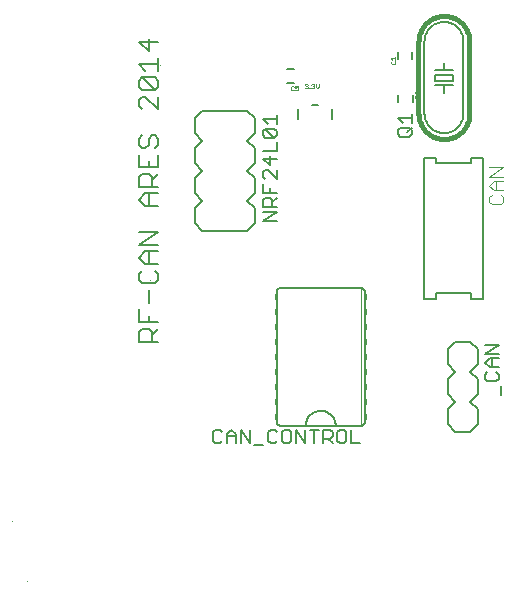
<source format=gto>
G75*
%MOIN*%
%OFA0B0*%
%FSLAX24Y24*%
%IPPOS*%
%LPD*%
%AMOC8*
5,1,8,0,0,1.08239X$1,22.5*
%
%ADD10C,0.0000*%
%ADD11C,0.0060*%
%ADD12C,0.0010*%
%ADD13C,0.0160*%
%ADD14C,0.0050*%
%ADD15C,0.0020*%
%ADD16R,0.0050X0.0200*%
%ADD17C,0.0080*%
%ADD18C,0.0040*%
D10*
X000789Y000523D02*
X000789Y000523D01*
X000789Y000523D01*
X000789Y000523D01*
X000789Y000523D01*
X000789Y000523D01*
X000789Y000523D01*
X000789Y000523D01*
X000789Y000524D01*
X000789Y000524D01*
X000789Y000524D01*
X000789Y000524D01*
X000789Y000524D01*
X000789Y000524D01*
X000789Y000524D01*
X000789Y000524D01*
X000789Y000524D01*
X000789Y000524D01*
X000789Y000524D01*
X000789Y000524D01*
X000789Y000524D01*
X000789Y000524D01*
X000789Y000524D01*
X000789Y000524D01*
X000789Y000524D01*
X000789Y000523D01*
X000789Y000523D01*
X000789Y000525D02*
X000789Y000525D01*
X000789Y000525D01*
X000789Y000525D01*
X000789Y000525D01*
X000789Y000525D01*
X000789Y000525D01*
X000789Y000525D01*
X000789Y000525D01*
X000789Y000525D01*
X000789Y000525D01*
X000789Y000525D01*
X000789Y000525D01*
X000789Y000525D01*
X000789Y000525D01*
X000789Y000525D01*
X000789Y000525D01*
X000789Y000525D01*
X000789Y000525D01*
X000789Y000525D01*
X000789Y000525D01*
X000789Y000525D01*
X000789Y000525D01*
X000789Y000525D01*
X000789Y000525D01*
X000789Y000525D01*
X000789Y000525D01*
X000789Y000525D01*
X000789Y000526D02*
X000789Y000526D01*
X000789Y000526D01*
X000789Y000526D01*
X000789Y000526D01*
X000789Y000526D01*
X000789Y000526D01*
X000789Y000526D01*
X000789Y000526D01*
X000789Y000526D01*
X000789Y000526D01*
X000789Y000526D01*
X000789Y000526D01*
X000789Y000526D01*
X000789Y000526D01*
X000789Y000526D01*
X000789Y000526D01*
X000789Y000526D01*
X000789Y000526D01*
X000789Y000526D01*
X000789Y000526D01*
X000789Y000526D01*
X000300Y002528D02*
X000300Y002528D01*
X000300Y002529D01*
X000300Y002529D01*
X000300Y002529D01*
X000300Y002529D01*
X000300Y002529D01*
X000300Y002529D01*
X000300Y002529D01*
X000300Y002529D01*
X000300Y002529D01*
X000300Y002529D01*
X000300Y002529D01*
X000300Y002529D01*
X000300Y002529D01*
X000300Y002529D01*
X000300Y002529D01*
X000300Y002529D01*
X000300Y002529D01*
X000300Y002529D01*
X000300Y002529D01*
X000300Y002529D01*
X000300Y002529D01*
X000300Y002529D01*
X000300Y002528D01*
X000300Y002529D02*
X000300Y002530D01*
X000300Y002530D01*
X000300Y002530D01*
X000300Y002530D01*
X000300Y002530D01*
X000300Y002530D01*
X000300Y002530D01*
X000300Y002530D01*
X000300Y002530D01*
X000300Y002530D01*
X000300Y002530D01*
X000300Y002530D01*
X000300Y002530D01*
X000300Y002530D01*
X000300Y002530D01*
X000300Y002530D01*
X000300Y002530D01*
X000300Y002530D01*
X000300Y002530D01*
X000300Y002530D01*
X000300Y002530D01*
X000300Y002530D01*
X000300Y002530D01*
X000300Y002530D01*
X000300Y002530D01*
X000300Y002530D01*
X000300Y002530D01*
X000300Y002530D01*
X000300Y002530D01*
X000300Y002531D02*
X000300Y002531D01*
X000300Y002531D01*
X000300Y002531D01*
X000300Y002531D01*
X000300Y002531D01*
X000300Y002531D01*
X000300Y002531D01*
X000300Y002531D01*
X000300Y002531D01*
X000300Y002531D01*
X000300Y002531D01*
X000300Y002531D01*
X000300Y002531D01*
X000300Y002531D01*
X000300Y002531D01*
X000300Y002531D01*
X000300Y002531D01*
X000300Y002531D01*
X000300Y002531D01*
X000300Y002531D01*
X000300Y002531D01*
X004881Y010549D02*
X004881Y010549D01*
X004881Y010549D01*
X004881Y010549D01*
X004881Y010550D01*
X004881Y010550D01*
X004881Y010550D01*
X004881Y010550D01*
X004881Y010550D01*
X004881Y010550D01*
X004881Y010550D01*
X004881Y010550D01*
X004881Y010550D01*
X004881Y010550D01*
X004881Y010550D01*
X004881Y010550D01*
X004881Y010550D01*
X004881Y010550D01*
X004881Y010550D01*
X004881Y010550D01*
X004881Y010550D01*
X004881Y010550D01*
X004881Y010550D01*
X004881Y010550D01*
X004881Y010549D01*
X004881Y010550D01*
X004881Y010550D01*
X004881Y010551D02*
X004881Y010551D01*
X004881Y010551D01*
X004881Y010551D01*
X004881Y010551D01*
X004881Y010551D01*
X004881Y010551D01*
X004881Y010551D01*
X004881Y010551D01*
X004881Y010551D01*
X004881Y010551D01*
X004881Y010551D01*
X004881Y010551D01*
X004881Y010551D01*
X004881Y010551D01*
X004881Y010551D01*
X004881Y010551D01*
X004881Y010551D01*
X004881Y010551D01*
X004881Y010551D01*
X004881Y010551D01*
X004881Y010551D01*
X004881Y010551D01*
X004881Y010551D01*
X004881Y010551D01*
X004881Y010551D01*
X004881Y010551D01*
X004881Y010551D01*
X004881Y010552D02*
X004881Y010552D01*
X004881Y010552D01*
X004881Y010552D01*
X004881Y010552D01*
X004881Y010552D01*
X004881Y010552D01*
X004881Y010552D01*
X004881Y010552D01*
X004881Y010552D01*
X004881Y010552D01*
X004881Y010552D01*
X004881Y010552D01*
X004881Y010552D01*
X004881Y010552D01*
X004881Y010552D01*
X004881Y010552D01*
X004881Y010552D01*
X004881Y010552D01*
X004881Y010552D01*
X004881Y010552D01*
X004881Y010552D01*
X005237Y017724D02*
X005237Y017724D01*
X005237Y017724D01*
X005237Y017724D01*
X005237Y017724D01*
X005237Y017724D01*
X005237Y017724D01*
X005237Y017724D01*
X005237Y017724D01*
X005237Y017724D01*
X005237Y017724D01*
X005237Y017724D01*
X005237Y017724D01*
X005237Y017724D01*
X005237Y017724D01*
X005237Y017724D01*
X005237Y017724D01*
X005237Y017724D01*
X005237Y017724D01*
X005237Y017724D01*
X005237Y017724D01*
X005237Y017724D01*
X005237Y017724D01*
X005237Y017725D02*
X005237Y017725D01*
X005237Y017725D01*
X005237Y017725D01*
X005237Y017725D01*
X005237Y017725D01*
X005237Y017725D01*
X005237Y017725D01*
X005237Y017725D01*
X005237Y017725D01*
X005237Y017725D01*
X005237Y017725D01*
X005237Y017725D01*
X005237Y017725D01*
X005237Y017725D01*
X005237Y017725D01*
X005237Y017725D01*
X005237Y017725D01*
X005237Y017725D01*
X005237Y017725D01*
X005237Y017725D01*
X005237Y017726D01*
X005237Y017726D01*
X005237Y017726D01*
X005237Y017726D01*
X005237Y017726D01*
X005237Y017726D01*
X005237Y017726D01*
X005237Y017726D01*
X005237Y017726D01*
X005237Y017726D01*
X005237Y017726D01*
X005237Y017726D01*
X005237Y017726D01*
X005237Y017726D01*
X005237Y017726D01*
X005237Y017726D01*
X005237Y017726D01*
X005237Y017726D01*
X005237Y017726D01*
X005237Y017727D01*
X005237Y017726D02*
X005237Y017726D01*
X005237Y017726D01*
X005237Y017726D01*
X005237Y017726D01*
X005237Y017726D01*
X005237Y017725D01*
X005237Y017725D01*
X005237Y017725D01*
X005237Y017725D01*
X005237Y017726D01*
X005237Y017726D01*
X005237Y017724D02*
X005237Y017724D01*
D11*
X005162Y017737D02*
X004522Y017737D01*
X004735Y017524D01*
X004629Y017306D02*
X005056Y016879D01*
X005162Y016986D01*
X005162Y017199D01*
X005056Y017306D01*
X004629Y017306D01*
X004522Y017199D01*
X004522Y016986D01*
X004629Y016879D01*
X005056Y016879D01*
X005162Y016662D02*
X005162Y016234D01*
X004735Y016662D01*
X004629Y016662D01*
X004522Y016555D01*
X004522Y016341D01*
X004629Y016234D01*
X004629Y015372D02*
X004522Y015266D01*
X004522Y015052D01*
X004629Y014945D01*
X004735Y014945D01*
X004842Y015052D01*
X004842Y015266D01*
X004949Y015372D01*
X005056Y015372D01*
X005162Y015266D01*
X005162Y015052D01*
X005056Y014945D01*
X005162Y014728D02*
X005162Y014301D01*
X004522Y014301D01*
X004522Y014728D01*
X004842Y014514D02*
X004842Y014301D01*
X004842Y014083D02*
X004949Y013977D01*
X004949Y013656D01*
X005162Y013656D02*
X004522Y013656D01*
X004522Y013977D01*
X004629Y014083D01*
X004842Y014083D01*
X004949Y013870D02*
X005162Y014083D01*
X005162Y013439D02*
X004735Y013439D01*
X004522Y013225D01*
X004735Y013012D01*
X005162Y013012D01*
X004842Y013012D02*
X004842Y013439D01*
X005162Y012150D02*
X004522Y012150D01*
X004522Y011723D02*
X005162Y012150D01*
X005162Y011723D02*
X004522Y011723D01*
X004735Y011505D02*
X005162Y011505D01*
X004842Y011505D02*
X004842Y011078D01*
X004735Y011078D02*
X004522Y011292D01*
X004735Y011505D01*
X004735Y011078D02*
X005162Y011078D01*
X005056Y010861D02*
X005162Y010754D01*
X005162Y010540D01*
X005056Y010434D01*
X004629Y010434D01*
X004522Y010540D01*
X004522Y010754D01*
X004629Y010861D01*
X004842Y010216D02*
X004842Y009789D01*
X004522Y009571D02*
X004522Y009144D01*
X005162Y009144D01*
X005162Y008927D02*
X004949Y008713D01*
X004949Y008820D02*
X004949Y008500D01*
X005162Y008500D02*
X004522Y008500D01*
X004522Y008820D01*
X004629Y008927D01*
X004842Y008927D01*
X004949Y008820D01*
X004842Y009144D02*
X004842Y009358D01*
X006640Y012190D02*
X008140Y012190D01*
X008390Y012440D01*
X008390Y012940D01*
X008140Y013190D01*
X008390Y013440D01*
X008390Y013940D01*
X008140Y014190D01*
X008390Y014440D01*
X008390Y014940D01*
X008140Y015190D01*
X008390Y015440D01*
X008390Y015940D01*
X008140Y016190D01*
X006640Y016190D01*
X006390Y015940D01*
X006390Y015440D01*
X006640Y015190D01*
X006390Y014940D01*
X006390Y014440D01*
X006640Y014190D01*
X006390Y013940D01*
X006390Y013440D01*
X006640Y013190D01*
X006390Y012940D01*
X006390Y012440D01*
X006640Y012190D01*
X009110Y010140D02*
X009110Y005840D01*
X009112Y005817D01*
X009117Y005794D01*
X009126Y005772D01*
X009139Y005752D01*
X009154Y005734D01*
X009172Y005719D01*
X009192Y005706D01*
X009214Y005697D01*
X009237Y005692D01*
X009260Y005690D01*
X011900Y005690D01*
X011923Y005692D01*
X011946Y005697D01*
X011968Y005706D01*
X011988Y005719D01*
X012006Y005734D01*
X012021Y005752D01*
X012034Y005772D01*
X012043Y005794D01*
X012048Y005817D01*
X012050Y005840D01*
X012050Y010140D01*
X012048Y010163D01*
X012043Y010186D01*
X012034Y010208D01*
X012021Y010228D01*
X012006Y010246D01*
X011988Y010261D01*
X011968Y010274D01*
X011946Y010283D01*
X011923Y010288D01*
X011900Y010290D01*
X009260Y010290D01*
X009237Y010288D01*
X009214Y010283D01*
X009192Y010274D01*
X009172Y010261D01*
X009154Y010246D01*
X009139Y010228D01*
X009126Y010208D01*
X009117Y010186D01*
X009112Y010163D01*
X009110Y010140D01*
X010080Y005690D02*
X010082Y005734D01*
X010088Y005777D01*
X010097Y005819D01*
X010110Y005861D01*
X010127Y005901D01*
X010147Y005940D01*
X010170Y005977D01*
X010197Y006011D01*
X010226Y006044D01*
X010259Y006073D01*
X010293Y006100D01*
X010330Y006123D01*
X010369Y006143D01*
X010409Y006160D01*
X010451Y006173D01*
X010493Y006182D01*
X010536Y006188D01*
X010580Y006190D01*
X010624Y006188D01*
X010667Y006182D01*
X010709Y006173D01*
X010751Y006160D01*
X010791Y006143D01*
X010830Y006123D01*
X010867Y006100D01*
X010901Y006073D01*
X010934Y006044D01*
X010963Y006011D01*
X010990Y005977D01*
X011013Y005940D01*
X011033Y005901D01*
X011050Y005861D01*
X011063Y005819D01*
X011072Y005777D01*
X011078Y005734D01*
X011080Y005690D01*
X014040Y016100D02*
X014040Y018500D01*
X013636Y018159D02*
X013636Y017922D01*
X013163Y017922D02*
X013163Y018159D01*
X014390Y017550D02*
X014690Y017550D01*
X014690Y017800D01*
X014690Y017550D02*
X014990Y017550D01*
X014990Y017400D02*
X014990Y017200D01*
X014390Y017200D01*
X014390Y017400D01*
X014990Y017400D01*
X014990Y017050D02*
X014690Y017050D01*
X014690Y016800D01*
X014690Y017050D02*
X014390Y017050D01*
X013646Y016709D02*
X013646Y016472D01*
X013173Y016472D02*
X013173Y016709D01*
X014040Y016100D02*
X014042Y016050D01*
X014048Y016001D01*
X014057Y015952D01*
X014070Y015904D01*
X014087Y015857D01*
X014107Y015812D01*
X014131Y015768D01*
X014158Y015726D01*
X014189Y015686D01*
X014222Y015649D01*
X014258Y015615D01*
X014296Y015583D01*
X014337Y015554D01*
X014379Y015529D01*
X014424Y015507D01*
X014470Y015488D01*
X014518Y015473D01*
X014566Y015462D01*
X014615Y015454D01*
X014665Y015450D01*
X014715Y015450D01*
X014765Y015454D01*
X014814Y015462D01*
X014862Y015473D01*
X014910Y015488D01*
X014956Y015507D01*
X015001Y015529D01*
X015043Y015554D01*
X015084Y015583D01*
X015122Y015615D01*
X015158Y015649D01*
X015191Y015686D01*
X015222Y015726D01*
X015249Y015768D01*
X015273Y015812D01*
X015293Y015857D01*
X015310Y015904D01*
X015323Y015952D01*
X015332Y016001D01*
X015338Y016050D01*
X015340Y016100D01*
X015340Y018500D01*
X015338Y018550D01*
X015332Y018599D01*
X015323Y018648D01*
X015310Y018696D01*
X015293Y018743D01*
X015273Y018788D01*
X015249Y018832D01*
X015222Y018874D01*
X015191Y018914D01*
X015158Y018951D01*
X015122Y018985D01*
X015084Y019017D01*
X015043Y019046D01*
X015001Y019071D01*
X014956Y019093D01*
X014910Y019112D01*
X014862Y019127D01*
X014814Y019138D01*
X014765Y019146D01*
X014715Y019150D01*
X014665Y019150D01*
X014615Y019146D01*
X014566Y019138D01*
X014518Y019127D01*
X014470Y019112D01*
X014424Y019093D01*
X014379Y019071D01*
X014337Y019046D01*
X014296Y019017D01*
X014258Y018985D01*
X014222Y018951D01*
X014189Y018914D01*
X014158Y018874D01*
X014131Y018832D01*
X014107Y018788D01*
X014087Y018743D01*
X014070Y018696D01*
X014057Y018648D01*
X014048Y018599D01*
X014042Y018550D01*
X014040Y018500D01*
X009698Y017587D02*
X009461Y017587D01*
X009461Y017114D02*
X009698Y017114D01*
X005162Y017524D02*
X005162Y017951D01*
X004842Y018168D02*
X004842Y018595D01*
X005162Y018488D02*
X004522Y018488D01*
X004842Y018168D01*
D12*
X009590Y016996D02*
X009590Y016896D01*
X009615Y016870D01*
X009665Y016870D01*
X009690Y016896D01*
X009737Y016896D02*
X009762Y016870D01*
X009812Y016870D01*
X009837Y016896D01*
X009837Y016946D01*
X009812Y016971D01*
X009787Y016971D01*
X009737Y016946D01*
X009737Y017021D01*
X009837Y017021D01*
X009690Y016996D02*
X009665Y017021D01*
X009615Y017021D01*
X009590Y016996D01*
X010045Y016961D02*
X010070Y016935D01*
X010120Y016935D01*
X010145Y016961D01*
X010145Y016986D01*
X010120Y017011D01*
X010095Y017011D01*
X010120Y017011D02*
X010145Y017036D01*
X010145Y017061D01*
X010120Y017086D01*
X010070Y017086D01*
X010045Y017061D01*
X010192Y016961D02*
X010217Y016961D01*
X010217Y016935D01*
X010192Y016935D01*
X010192Y016961D01*
X010265Y016961D02*
X010291Y016935D01*
X010341Y016935D01*
X010366Y016961D01*
X010366Y016986D01*
X010341Y017011D01*
X010316Y017011D01*
X010341Y017011D02*
X010366Y017036D01*
X010366Y017061D01*
X010341Y017086D01*
X010291Y017086D01*
X010265Y017061D01*
X010413Y017086D02*
X010413Y016986D01*
X010463Y016935D01*
X010513Y016986D01*
X010513Y017086D01*
X012919Y017771D02*
X012944Y017745D01*
X013044Y017745D01*
X013070Y017771D01*
X013070Y017821D01*
X013044Y017846D01*
X013070Y017893D02*
X013070Y017993D01*
X013070Y017943D02*
X012919Y017943D01*
X012969Y017893D01*
X012944Y017846D02*
X012919Y017821D01*
X012919Y017771D01*
X013764Y016848D02*
X013739Y016823D01*
X013739Y016773D01*
X013764Y016748D01*
X013764Y016701D02*
X013739Y016676D01*
X013739Y016626D01*
X013764Y016601D01*
X013864Y016601D01*
X013890Y016626D01*
X013890Y016676D01*
X013864Y016701D01*
X013890Y016748D02*
X013789Y016848D01*
X013764Y016848D01*
X013890Y016848D02*
X013890Y016748D01*
D13*
X013840Y016100D02*
X013840Y018500D01*
X013842Y018557D01*
X013848Y018613D01*
X013857Y018669D01*
X013870Y018725D01*
X013887Y018779D01*
X013907Y018832D01*
X013931Y018883D01*
X013959Y018933D01*
X013989Y018981D01*
X014023Y019027D01*
X014060Y019070D01*
X014099Y019111D01*
X014141Y019149D01*
X014186Y019184D01*
X014233Y019216D01*
X014282Y019245D01*
X014332Y019271D01*
X014385Y019293D01*
X014438Y019312D01*
X014493Y019327D01*
X014549Y019338D01*
X014605Y019346D01*
X014662Y019350D01*
X014718Y019350D01*
X014775Y019346D01*
X014831Y019338D01*
X014887Y019327D01*
X014942Y019312D01*
X014995Y019293D01*
X015048Y019271D01*
X015098Y019245D01*
X015147Y019216D01*
X015194Y019184D01*
X015239Y019149D01*
X015281Y019111D01*
X015320Y019070D01*
X015357Y019027D01*
X015391Y018981D01*
X015421Y018933D01*
X015449Y018883D01*
X015473Y018832D01*
X015493Y018779D01*
X015510Y018725D01*
X015523Y018669D01*
X015532Y018613D01*
X015538Y018557D01*
X015540Y018500D01*
X015540Y016100D01*
X015538Y016043D01*
X015532Y015987D01*
X015523Y015931D01*
X015510Y015875D01*
X015493Y015821D01*
X015473Y015768D01*
X015449Y015717D01*
X015421Y015667D01*
X015391Y015619D01*
X015357Y015573D01*
X015320Y015530D01*
X015281Y015489D01*
X015239Y015451D01*
X015194Y015416D01*
X015147Y015384D01*
X015098Y015355D01*
X015048Y015329D01*
X014995Y015307D01*
X014942Y015288D01*
X014887Y015273D01*
X014831Y015262D01*
X014775Y015254D01*
X014718Y015250D01*
X014662Y015250D01*
X014605Y015254D01*
X014549Y015262D01*
X014493Y015273D01*
X014438Y015288D01*
X014385Y015307D01*
X014332Y015329D01*
X014282Y015355D01*
X014233Y015384D01*
X014186Y015416D01*
X014141Y015451D01*
X014099Y015489D01*
X014060Y015530D01*
X014023Y015573D01*
X013989Y015619D01*
X013959Y015667D01*
X013931Y015717D01*
X013907Y015768D01*
X013887Y015821D01*
X013870Y015875D01*
X013857Y015931D01*
X013848Y015987D01*
X013842Y016043D01*
X013840Y016100D01*
D14*
X013615Y016086D02*
X013615Y015786D01*
X013615Y015936D02*
X013164Y015936D01*
X013314Y015786D01*
X013239Y015626D02*
X013164Y015551D01*
X013164Y015401D01*
X013239Y015325D01*
X013539Y015325D01*
X013615Y015401D01*
X013615Y015551D01*
X013539Y015626D01*
X013239Y015626D01*
X013464Y015476D02*
X013615Y015626D01*
X014015Y014633D02*
X014409Y014633D01*
X014409Y014436D01*
X015590Y014436D01*
X015590Y014633D01*
X015984Y014633D01*
X015984Y009908D01*
X015590Y009908D01*
X015590Y010105D01*
X014409Y010105D01*
X014409Y009908D01*
X014015Y009908D01*
X014015Y014633D01*
X009115Y014599D02*
X008664Y014599D01*
X008889Y014374D01*
X008889Y014674D01*
X008664Y014834D02*
X009115Y014834D01*
X009115Y015135D01*
X009039Y015295D02*
X009115Y015370D01*
X009115Y015520D01*
X009039Y015595D01*
X008739Y015595D01*
X009039Y015295D01*
X008739Y015295D01*
X008664Y015370D01*
X008664Y015520D01*
X008739Y015595D01*
X008814Y015755D02*
X008664Y015905D01*
X009115Y015905D01*
X009115Y015755D02*
X009115Y016055D01*
X009115Y014214D02*
X009115Y013914D01*
X008814Y014214D01*
X008739Y014214D01*
X008664Y014139D01*
X008664Y013989D01*
X008739Y013914D01*
X008664Y013753D02*
X008664Y013453D01*
X009115Y013453D01*
X009115Y013293D02*
X008964Y013143D01*
X008964Y013218D02*
X008889Y013293D01*
X008739Y013293D01*
X008664Y013218D01*
X008664Y012993D01*
X009115Y012993D01*
X008964Y012993D02*
X008964Y013218D01*
X008889Y013453D02*
X008889Y013603D01*
X009115Y012833D02*
X008664Y012833D01*
X008664Y012532D02*
X009115Y012833D01*
X009115Y012532D02*
X008664Y012532D01*
X008907Y005566D02*
X008832Y005491D01*
X008832Y005191D01*
X008907Y005115D01*
X009057Y005115D01*
X009132Y005191D01*
X009292Y005191D02*
X009367Y005115D01*
X009517Y005115D01*
X009592Y005191D01*
X009592Y005491D01*
X009517Y005566D01*
X009367Y005566D01*
X009292Y005491D01*
X009292Y005191D01*
X009132Y005491D02*
X009057Y005566D01*
X008907Y005566D01*
X008672Y005040D02*
X008371Y005040D01*
X008211Y005115D02*
X008211Y005566D01*
X007911Y005566D02*
X008211Y005115D01*
X007911Y005115D02*
X007911Y005566D01*
X007751Y005416D02*
X007751Y005115D01*
X007751Y005341D02*
X007451Y005341D01*
X007451Y005416D02*
X007601Y005566D01*
X007751Y005416D01*
X007451Y005416D02*
X007451Y005115D01*
X007290Y005191D02*
X007215Y005115D01*
X007065Y005115D01*
X006990Y005191D01*
X006990Y005491D01*
X007065Y005566D01*
X007215Y005566D01*
X007290Y005491D01*
X009753Y005566D02*
X009753Y005115D01*
X010053Y005115D02*
X009753Y005566D01*
X010053Y005566D02*
X010053Y005115D01*
X010363Y005115D02*
X010363Y005566D01*
X010213Y005566D02*
X010513Y005566D01*
X010673Y005566D02*
X010899Y005566D01*
X010974Y005491D01*
X010974Y005341D01*
X010899Y005266D01*
X010673Y005266D01*
X010823Y005266D02*
X010974Y005115D01*
X011134Y005191D02*
X011209Y005115D01*
X011359Y005115D01*
X011434Y005191D01*
X011434Y005491D01*
X011359Y005566D01*
X011209Y005566D01*
X011134Y005491D01*
X011134Y005191D01*
X011594Y005115D02*
X011594Y005566D01*
X011594Y005115D02*
X011894Y005115D01*
X010673Y005115D02*
X010673Y005566D01*
X016064Y007249D02*
X016139Y007174D01*
X016439Y007174D01*
X016515Y007249D01*
X016515Y007400D01*
X016439Y007475D01*
X016515Y007635D02*
X016214Y007635D01*
X016064Y007785D01*
X016214Y007935D01*
X016515Y007935D01*
X016515Y008095D02*
X016064Y008095D01*
X016515Y008395D01*
X016064Y008395D01*
X016289Y007935D02*
X016289Y007635D01*
X016139Y007475D02*
X016064Y007400D01*
X016064Y007249D01*
X016590Y007014D02*
X016590Y006714D01*
D15*
X011910Y005690D02*
X011910Y010290D01*
D16*
X012075Y009990D03*
X012075Y009490D03*
X012075Y008990D03*
X012075Y008490D03*
X012075Y007990D03*
X012075Y007490D03*
X012075Y006990D03*
X012075Y006490D03*
X012075Y005990D03*
X009085Y005990D03*
X009085Y006490D03*
X009085Y006990D03*
X009085Y007490D03*
X009085Y007990D03*
X009085Y008490D03*
X009085Y008990D03*
X009085Y009490D03*
X009085Y009990D03*
D17*
X009830Y015911D02*
X009830Y016250D01*
X010284Y016400D02*
X010495Y016400D01*
X010950Y016250D02*
X010950Y015911D01*
X015070Y008500D02*
X014820Y008250D01*
X014820Y007750D01*
X015070Y007500D01*
X014820Y007250D01*
X014820Y006750D01*
X015070Y006500D01*
X014820Y006250D01*
X014820Y005750D01*
X015070Y005500D01*
X015570Y005500D01*
X015820Y005750D01*
X015820Y006250D01*
X015570Y006500D01*
X015820Y006750D01*
X015820Y007250D01*
X015570Y007500D01*
X015820Y007750D01*
X015820Y008250D01*
X015570Y008500D01*
X015070Y008500D01*
D18*
X016277Y013075D02*
X016200Y013151D01*
X016200Y013305D01*
X016277Y013382D01*
X016354Y013535D02*
X016200Y013689D01*
X016354Y013842D01*
X016661Y013842D01*
X016661Y013995D02*
X016200Y013995D01*
X016661Y014302D01*
X016200Y014302D01*
X016430Y013842D02*
X016430Y013535D01*
X016354Y013535D02*
X016661Y013535D01*
X016584Y013382D02*
X016661Y013305D01*
X016661Y013151D01*
X016584Y013075D01*
X016277Y013075D01*
M02*

</source>
